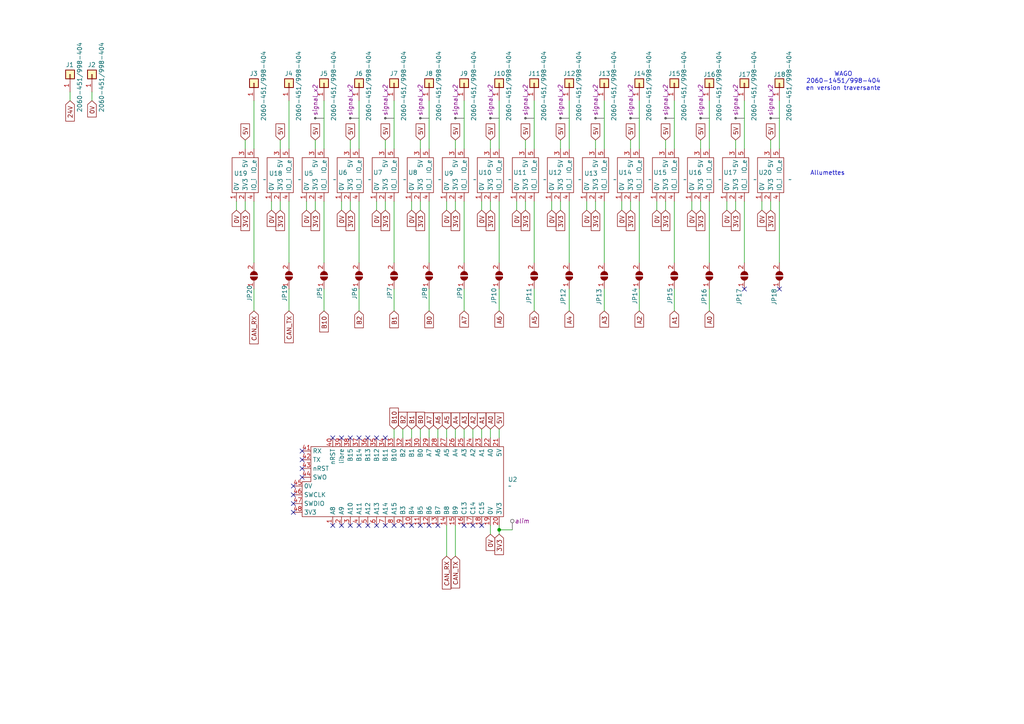
<source format=kicad_sch>
(kicad_sch (version 20250114) (generator "eeschema") (generator_version "9.0")
  (paper "A4")
  (title_block (title "Basine") (date "2024-12-14") (rev "0"))
  (lib_symbols
    (symbol "Chimere_mods:Allumette"
      (property "Reference" "U" (at 1.27 2.54 0))
      (symbol "Allumette_0_1"
        (rectangle (start -5.08 3.81) (end 5.08 -3.81))
      )
      (symbol "Allumette_1_1"
        (pin passive line (at -7.62 2.54 0) (length 2.54) (name "0V") (number "1"))
        (pin passive line (at -7.62 0 0) (length 2.54) (name "3V3") (number "2"))
        (pin passive line (at -7.62 -2.54 0) (length 2.54) (name "IO_i") (number "4"))
        (pin passive line (at 7.62 0 180) (length 2.54) (name "5V") (number "3"))
        (pin passive line (at 7.62 -2.54 180) (length 2.54) (name "IO_e") (number "5"))
      )
    )
    (symbol "Chimere_mods:Ultrogothe"
      (property "Reference" "U" (at 0 -2.794 0))
      (symbol "Ultrogothe_0_1"
        (polyline (pts (xy -10.16 27.94) (xy -10.16 30.48) (xy -1.27 30.48) (xy 0 30.48) (xy 0 27.94) (xy 10.16 27.94) (xy 10.16 -27.94) (xy -10.16 -27.94) (xy -10.16 27.94)))
      )
      (symbol "Ultrogothe_1_1"
        (pin bidirectional line (at -12.7 21.59 0) (length 2.54) (name "A8") (number "1"))
        (pin bidirectional line (at -12.7 19.05 0) (length 2.54) (name "A9") (number "2"))
        (pin bidirectional line (at -12.7 16.51 0) (length 2.54) (name "A10") (number "3"))
        (pin bidirectional line (at -12.7 13.97 0) (length 2.54) (name "A11") (number "4"))
        (pin bidirectional line (at -12.7 11.43 0) (length 2.54) (name "A12") (number "5"))
        (pin bidirectional line (at -12.7 8.89 0) (length 2.54) (name "A13") (number "6"))
        (pin bidirectional line (at -12.7 6.35 0) (length 2.54) (name "A14") (number "7"))
        (pin bidirectional line (at -12.7 3.81 0) (length 2.54) (name "A15") (number "8"))
        (pin bidirectional line (at -12.7 1.27 0) (length 2.54) (name "B3") (number "9"))
        (pin bidirectional line (at -12.7 -1.27 0) (length 2.54) (name "B4") (number "10"))
        (pin bidirectional line (at -12.7 -3.81 0) (length 2.54) (name "B5") (number "11"))
        (pin bidirectional line (at -12.7 -6.35 0) (length 2.54) (name "B6") (number "12"))
        (pin bidirectional line (at -12.7 -8.89 0) (length 2.54) (name "B7") (number "13"))
        (pin bidirectional line (at -12.7 -11.43 0) (length 2.54) (name "B8") (number "14"))
        (pin bidirectional line (at -12.7 -13.97 0) (length 2.54) (name "B9") (number "15"))
        (pin bidirectional line (at -12.7 -16.51 0) (length 2.54) (name "C13") (number "16"))
        (pin bidirectional line (at -12.7 -19.05 0) (length 2.54) (name "C14") (number "17"))
        (pin bidirectional line (at -12.7 -21.59 0) (length 2.54) (name "C15") (number "18"))
        (pin passive line (at -12.7 -24.13 0) (length 2.54) (name "0V") (number "19"))
        (pin power_out line (at -12.7 -26.67 0) (length 2.54) (name "3V3") (number "20"))
        (pin power_out line (at -8.89 33.02 270) (length 2.54) (name "3V3") (number "48"))
        (pin bidirectional line (at -6.35 33.02 270) (length 2.54) (name "SWDIO") (number "47"))
        (pin bidirectional line (at -3.81 33.02 270) (length 2.54) (name "SWCLK") (number "46"))
        (pin passive line (at -1.27 33.02 270) (length 2.54) (name "0V") (number "45"))
        (pin output line (at 1.27 30.48 270) (length 2.54) (name "SWO") (number "44"))
        (pin input line (at 3.81 30.48 270) (length 2.54) (name "nRST") (number "43"))
        (pin input line (at 6.35 30.48 270) (length 2.54) (name "TX") (number "42"))
        (pin output line (at 8.89 30.48 270) (length 2.54) (name "RX") (number "41"))
        (pin input line (at 12.7 21.59 180) (length 2.54) (name "nRST") (number "40"))
        (pin passive line (at 12.7 19.05 180) (length 2.54) (name "libre") (number "39"))
        (pin bidirectional line (at 12.7 16.51 180) (length 2.54) (name "B15") (number "38"))
        (pin bidirectional line (at 12.7 13.97 180) (length 2.54) (name "B14") (number "37"))
        (pin bidirectional line (at 12.7 11.43 180) (length 2.54) (name "B13") (number "36"))
        (pin bidirectional line (at 12.7 8.89 180) (length 2.54) (name "B12") (number "35"))
        (pin bidirectional line (at 12.7 6.35 180) (length 2.54) (name "B11") (number "34"))
        (pin bidirectional line (at 12.7 3.81 180) (length 2.54) (name "B10") (number "33"))
        (pin bidirectional line (at 12.7 1.27 180) (length 2.54) (name "B2") (number "32"))
        (pin bidirectional line (at 12.7 -1.27 180) (length 2.54) (name "B1") (number "31"))
        (pin bidirectional line (at 12.7 -3.81 180) (length 2.54) (name "B0") (number "30"))
        (pin bidirectional line (at 12.7 -6.35 180) (length 2.54) (name "A7") (number "29"))
        (pin bidirectional line (at 12.7 -8.89 180) (length 2.54) (name "A6") (number "28"))
        (pin bidirectional line (at 12.7 -11.43 180) (length 2.54) (name "A5") (number "27"))
        (pin bidirectional line (at 12.7 -13.97 180) (length 2.54) (name "A4") (number "26"))
        (pin bidirectional line (at 12.7 -16.51 180) (length 2.54) (name "A3") (number "25"))
        (pin bidirectional line (at 12.7 -19.05 180) (length 2.54) (name "A2") (number "24"))
        (pin bidirectional line (at 12.7 -21.59 180) (length 2.54) (name "A1") (number "23"))
        (pin bidirectional line (at 12.7 -24.13 180) (length 2.54) (name "A0") (number "22"))
        (pin power_in line (at 12.7 -26.67 180) (length 2.54) (name "5V") (number "21"))
      )
    )
    (symbol "Connector_Generic:Conn_01x01" (pin_names (offset 1.016) (hide yes))
      (property "Reference" "J" (at 0 2.54 0))
      (property "Value" "Conn_01x01" (at 0 -2.54 0))
      (symbol "Conn_01x01_1_1"
        (rectangle (start -1.27 1.27) (end 1.27 -1.27) (stroke (width 0.254)) (fill (type background)))
        (rectangle (start -1.27 0.127) (end 0 -0.127) (stroke (width 0.1524)))
        (pin passive line (at -5.08 0 0) (length 3.81) (name "Pin_1") (number "1"))
      )
    )
    (symbol "Jumper:SolderJumper_2_Open" (pin_names (offset 0) (hide yes))
      (property "Reference" "JP" (at 0 2.032 0))
      (property "Value" "SolderJumper_2_Open" (at 0 -2.54 0))
      (symbol "SolderJumper_2_Open_0_1"
        (polyline (pts (xy -0.254 1.016) (xy -0.254 -1.016)))
        (arc (start -0.254 -1.016) (mid -1.2656 0) (end -0.254 1.016))
        (arc (start -0.254 -1.016) (mid -1.2656 0) (end -0.254 1.016) (fill (type outline)))
        (arc (start 0.254 1.016) (mid 1.2656 0) (end 0.254 -1.016))
        (arc (start 0.254 1.016) (mid 1.2656 0) (end 0.254 -1.016) (fill (type outline)))
        (polyline (pts (xy 0.254 1.016) (xy 0.254 -1.016)))
      )
      (symbol "SolderJumper_2_Open_1_1"
        (pin passive line (at -3.81 0 0) (length 2.54) (name "A") (number "1"))
        (pin passive line (at 3.81 0 180) (length 2.54) (name "B") (number "2"))
      )
    )
  )
  (text "WAGO\n2060-1451/998-404\nen version traversante" (at 244.602 23.622 0) (effects (font (size 1.27 1.27))))
  (text "Allumettes" (at 240.03 50.292 0) (effects (font (size 1.27 1.27))))
  (junction (at 144.78 153.67))
  (no_connect (at 104.14 152.4))
  (no_connect (at 226.06 83.82))
  (no_connect (at 109.22 127))
  (no_connect (at 99.06 127))
  (no_connect (at 96.52 152.4))
  (no_connect (at 87.63 135.89))
  (no_connect (at 96.52 127))
  (no_connect (at 139.7 152.4))
  (no_connect (at 134.62 152.4))
  (no_connect (at 101.6 127))
  (no_connect (at 119.38 152.4))
  (no_connect (at 127 152.4))
  (no_connect (at 114.3 152.4))
  (no_connect (at 111.76 152.4))
  (no_connect (at 106.68 152.4))
  (no_connect (at 215.9 83.82))
  (no_connect (at 87.63 130.81))
  (no_connect (at 85.09 143.51))
  (no_connect (at 109.22 152.4))
  (no_connect (at 85.09 148.59))
  (no_connect (at 121.92 152.4))
  (no_connect (at 85.09 140.97))
  (no_connect (at 111.76 127))
  (no_connect (at 106.68 127))
  (no_connect (at 124.46 152.4))
  (no_connect (at 104.14 127))
  (no_connect (at 101.6 152.4))
  (no_connect (at 85.09 146.05))
  (no_connect (at 116.84 152.4))
  (no_connect (at 87.63 138.43))
  (no_connect (at 87.63 133.35))
  (no_connect (at 137.16 152.4))
  (no_connect (at 99.06 152.4))
  (wire (pts (xy 185.42 29.21) (xy 185.42 43.18)))
  (wire (pts (xy 223.52 40.64) (xy 223.52 43.18)))
  (wire (pts (xy 134.62 58.42) (xy 134.62 76.2)))
  (wire (pts (xy 101.6 58.42) (xy 101.6 60.96)))
  (wire (pts (xy 160.02 58.42) (xy 160.02 60.96)))
  (wire (pts (xy 121.92 58.42) (xy 121.92 60.96)))
  (wire (pts (xy 144.78 124.46) (xy 144.78 127)))
  (wire (pts (xy 124.46 83.82) (xy 124.46 90.17)))
  (wire (pts (xy 152.4 40.64) (xy 152.4 43.18)))
  (wire (pts (xy 104.14 58.42) (xy 104.14 76.2)))
  (wire (pts (xy 170.18 58.42) (xy 170.18 60.96)))
  (wire (pts (xy 121.92 40.64) (xy 121.92 43.18)))
  (wire (pts (xy 91.44 58.42) (xy 91.44 60.96)))
  (wire (pts (xy 114.3 124.46) (xy 114.3 127)))
  (wire (pts (xy 154.94 58.42) (xy 154.94 76.2)))
  (wire (pts (xy 88.9 58.42) (xy 88.9 60.96)))
  (wire (pts (xy 132.08 40.64) (xy 132.08 43.18)))
  (wire (pts (xy 132.08 58.42) (xy 132.08 60.96)))
  (wire (pts (xy 195.58 58.42) (xy 195.58 76.2)))
  (wire (pts (xy 213.36 58.42) (xy 213.36 60.96)))
  (wire (pts (xy 162.56 58.42) (xy 162.56 60.96)))
  (wire (pts (xy 73.66 29.21) (xy 73.66 43.18)))
  (wire (pts (xy 139.7 124.46) (xy 139.7 127)))
  (wire (pts (xy 132.08 152.4) (xy 132.08 161.29)))
  (wire (pts (xy 93.98 29.21) (xy 93.98 43.18)))
  (wire (pts (xy 203.2 58.42) (xy 203.2 60.96)))
  (wire (pts (xy 223.52 58.42) (xy 223.52 60.96)))
  (wire (pts (xy 111.76 40.64) (xy 111.76 43.18)))
  (wire (pts (xy 71.12 58.42) (xy 71.12 60.96)))
  (wire (pts (xy 142.24 58.42) (xy 142.24 60.96)))
  (wire (pts (xy 182.88 58.42) (xy 182.88 60.96)))
  (wire (pts (xy 144.78 83.82) (xy 144.78 90.17)))
  (wire (pts (xy 149.86 58.42) (xy 149.86 60.96)))
  (wire (pts (xy 109.22 58.42) (xy 109.22 60.96)))
  (wire (pts (xy 119.38 124.46) (xy 119.38 127)))
  (wire (pts (xy 83.82 58.42) (xy 83.82 76.2)))
  (wire (pts (xy 142.24 40.64) (xy 142.24 43.18)))
  (wire (pts (xy 121.92 124.46) (xy 121.92 127)))
  (wire (pts (xy 175.26 83.82) (xy 175.26 90.17)))
  (wire (pts (xy 81.28 40.64) (xy 81.28 43.18)))
  (wire (pts (xy 226.06 58.42) (xy 226.06 76.2)))
  (wire (pts (xy 144.78 153.67) (xy 148.59 153.67)))
  (wire (pts (xy 226.06 29.21) (xy 226.06 43.18)))
  (wire (pts (xy 68.58 58.42) (xy 68.58 60.96)))
  (wire (pts (xy 129.54 124.46) (xy 129.54 127)))
  (wire (pts (xy 205.74 83.82) (xy 205.74 90.17)))
  (wire (pts (xy 220.98 58.42) (xy 220.98 60.96)))
  (wire (pts (xy 185.42 58.42) (xy 185.42 76.2)))
  (wire (pts (xy 132.08 124.46) (xy 132.08 127)))
  (wire (pts (xy -15.24 39.37) (xy -11.43 39.37)))
  (wire (pts (xy 195.58 83.82) (xy 195.58 90.17)))
  (wire (pts (xy 101.6 40.64) (xy 101.6 43.18)))
  (wire (pts (xy 99.06 58.42) (xy 99.06 60.96)))
  (wire (pts (xy 165.1 58.42) (xy 165.1 76.2)))
  (wire (pts (xy 185.42 83.82) (xy 185.42 90.17)))
  (wire (pts (xy 182.88 40.64) (xy 182.88 43.18)))
  (wire (pts (xy 116.84 124.46) (xy 116.84 127)))
  (wire (pts (xy 162.56 40.64) (xy 162.56 43.18)))
  (wire (pts (xy 134.62 29.21) (xy 134.62 43.18)))
  (wire (pts (xy 190.5 58.42) (xy 190.5 60.96)))
  (wire (pts (xy 129.54 58.42) (xy 129.54 60.96)))
  (wire (pts (xy 165.1 83.82) (xy 165.1 90.17)))
  (wire (pts (xy 124.46 124.46) (xy 124.46 127)))
  (wire (pts (xy 83.82 83.82) (xy 83.82 90.17)))
  (wire (pts (xy 215.9 58.42) (xy 215.9 76.2)))
  (wire (pts (xy 104.14 29.21) (xy 104.14 43.18)))
  (wire (pts (xy 26.67 26.67) (xy 26.67 29.21)))
  (wire (pts (xy 134.62 83.82) (xy 134.62 90.17)))
  (wire (pts (xy 193.04 40.64) (xy 193.04 43.18)))
  (wire (pts (xy 142.24 124.46) (xy 142.24 127)))
  (wire (pts (xy 144.78 29.21) (xy 144.78 43.18)))
  (wire (pts (xy 83.82 29.21) (xy 83.82 43.18)))
  (wire (pts (xy 175.26 58.42) (xy 175.26 76.2)))
  (wire (pts (xy 203.2 40.64) (xy 203.2 43.18)))
  (wire (pts (xy 144.78 58.42) (xy 144.78 76.2)))
  (wire (pts (xy 78.74 58.42) (xy 78.74 60.96)))
  (wire (pts (xy 154.94 29.21) (xy 154.94 43.18)))
  (wire (pts (xy 111.76 58.42) (xy 111.76 60.96)))
  (wire (pts (xy 114.3 29.21) (xy 114.3 43.18)))
  (wire (pts (xy 152.4 58.42) (xy 152.4 60.96)))
  (wire (pts (xy 73.66 83.82) (xy 73.66 90.17)))
  (wire (pts (xy 139.7 58.42) (xy 139.7 60.96)))
  (wire (pts (xy 215.9 29.21) (xy 215.9 43.18)))
  (wire (pts (xy 93.98 83.82) (xy 93.98 90.17)))
  (wire (pts (xy 124.46 58.42) (xy 124.46 76.2)))
  (wire (pts (xy 114.3 83.82) (xy 114.3 90.17)))
  (wire (pts (xy 210.82 58.42) (xy 210.82 60.96)))
  (wire (pts (xy 205.74 29.21) (xy 205.74 43.18)))
  (wire (pts (xy 193.04 58.42) (xy 193.04 60.96)))
  (wire (pts (xy 180.34 58.42) (xy 180.34 60.96)))
  (wire (pts (xy 127 124.46) (xy 127 127)))
  (wire (pts (xy 129.54 152.4) (xy 129.54 161.29)))
  (wire (pts (xy 81.28 58.42) (xy 81.28 60.96)))
  (wire (pts (xy 114.3 58.42) (xy 114.3 76.2)))
  (wire (pts (xy 137.16 124.46) (xy 137.16 127)))
  (wire (pts (xy 20.32 26.67) (xy 20.32 29.21)))
  (wire (pts (xy 205.74 58.42) (xy 205.74 76.2)))
  (wire (pts (xy 144.78 153.67) (xy 144.78 152.4)))
  (wire (pts (xy 104.14 83.82) (xy 104.14 90.17)))
  (wire (pts (xy 172.72 58.42) (xy 172.72 60.96)))
  (wire (pts (xy 144.78 154.94) (xy 144.78 153.67)))
  (wire (pts (xy 172.72 40.64) (xy 172.72 43.18)))
  (wire (pts (xy 93.98 58.42) (xy 93.98 76.2)))
  (wire (pts (xy 71.12 40.64) (xy 71.12 43.18)))
  (wire (pts (xy 142.24 154.94) (xy 142.24 152.4)))
  (wire (pts (xy 213.36 40.64) (xy 213.36 43.18)))
  (wire (pts (xy 73.66 58.42) (xy 73.66 76.2)))
  (wire (pts (xy 124.46 29.21) (xy 124.46 43.18)))
  (wire (pts (xy 195.58 29.21) (xy 195.58 43.18)))
  (wire (pts (xy 119.38 58.42) (xy 119.38 60.96)))
  (wire (pts (xy 91.44 40.64) (xy 91.44 43.18)))
  (wire (pts (xy 175.26 29.21) (xy 175.26 43.18)))
  (wire (pts (xy 200.66 58.42) (xy 200.66 60.96)))
  (wire (pts (xy 154.94 83.82) (xy 154.94 90.17)))
  (wire (pts (xy 134.62 124.46) (xy 134.62 127)))
  (wire (pts (xy 165.1 29.21) (xy 165.1 43.18)))
  (global_label "24V" (shape input) (at -11.43 39.37 0) (property "Intersheetrefs" "${INTERSHEET_REFS}" (effects (hide yes))))
  (global_label "B1" (shape input) (at 114.3 90.17 270) (property "Intersheetrefs" "${INTERSHEET_REFS}" (effects (hide yes))))
  (global_label "A2" (shape input) (at 137.16 124.46 90) (property "Intersheetrefs" "${INTERSHEET_REFS}" (effects (hide yes))))
  (global_label "3V3" (shape input) (at 101.6 60.96 270) (property "Intersheetrefs" "${INTERSHEET_REFS}" (effects (hide yes))))
  (global_label "3V3" (shape input) (at 91.44 60.96 270) (property "Intersheetrefs" "${INTERSHEET_REFS}" (effects (hide yes))))
  (global_label "A1" (shape input) (at 139.7 124.46 90) (property "Intersheetrefs" "${INTERSHEET_REFS}" (effects (hide yes))))
  (global_label "5V" (shape input) (at 152.4 40.64 90) (property "Intersheetrefs" "${INTERSHEET_REFS}" (effects (hide yes))))
  (global_label "5V" (shape input) (at 81.28 40.64 90) (property "Intersheetrefs" "${INTERSHEET_REFS}" (effects (hide yes))))
  (global_label "A1" (shape input) (at 195.58 90.17 270) (property "Intersheetrefs" "${INTERSHEET_REFS}" (effects (hide yes))))
  (global_label "0V" (shape input) (at 129.54 60.96 270) (property "Intersheetrefs" "${INTERSHEET_REFS}" (effects (hide yes))))
  (global_label "A7" (shape input) (at 134.62 90.17 270) (property "Intersheetrefs" "${INTERSHEET_REFS}" (effects (hide yes))))
  (global_label "0V" (shape input) (at 119.38 60.96 270) (property "Intersheetrefs" "${INTERSHEET_REFS}" (effects (hide yes))))
  (global_label "A5" (shape input) (at 154.94 90.17 270) (property "Intersheetrefs" "${INTERSHEET_REFS}" (effects (hide yes))))
  (global_label "B1" (shape input) (at 119.38 124.46 90) (property "Intersheetrefs" "${INTERSHEET_REFS}" (effects (hide yes))))
  (global_label "0V" (shape input) (at 88.9 60.96 270) (property "Intersheetrefs" "${INTERSHEET_REFS}" (effects (hide yes))))
  (global_label "0V" (shape input) (at 99.06 60.96 270) (property "Intersheetrefs" "${INTERSHEET_REFS}" (effects (hide yes))))
  (global_label "B10" (shape input) (at 114.3 124.46 90) (property "Intersheetrefs" "${INTERSHEET_REFS}" (effects (hide yes))))
  (global_label "3V3" (shape input) (at 142.24 60.96 270) (property "Intersheetrefs" "${INTERSHEET_REFS}" (effects (hide yes))))
  (global_label "3V3" (shape input) (at 144.78 154.94 270) (property "Intersheetrefs" "${INTERSHEET_REFS}" (effects (hide yes))))
  (global_label "A3" (shape input) (at 175.26 90.17 270) (property "Intersheetrefs" "${INTERSHEET_REFS}" (effects (hide yes))))
  (global_label "5V" (shape input) (at 172.72 40.64 90) (property "Intersheetrefs" "${INTERSHEET_REFS}" (effects (hide yes))))
  (global_label "CAN_RX" (shape input) (at 73.66 90.17 270) (property "Intersheetrefs" "${INTERSHEET_REFS}" (effects (hide yes))))
  (global_label "24V" (shape input) (at 20.32 29.21 270) (property "Intersheetrefs" "${INTERSHEET_REFS}" (effects (hide yes))))
  (global_label "5V" (shape input) (at 121.92 40.64 90) (property "Intersheetrefs" "${INTERSHEET_REFS}" (effects (hide yes))))
  (global_label "5V" (shape input) (at 91.44 40.64 90) (property "Intersheetrefs" "${INTERSHEET_REFS}" (effects (hide yes))))
  (global_label "A5" (shape input) (at 129.54 124.46 90) (property "Intersheetrefs" "${INTERSHEET_REFS}" (effects (hide yes))))
  (global_label "B10" (shape input) (at 93.98 90.17 270) (property "Intersheetrefs" "${INTERSHEET_REFS}" (effects (hide yes))))
  (global_label "3V3" (shape input) (at 152.4 60.96 270) (property "Intersheetrefs" "${INTERSHEET_REFS}" (effects (hide yes))))
  (global_label "5V" (shape input) (at 144.78 124.46 90) (property "Intersheetrefs" "${INTERSHEET_REFS}" (effects (hide yes))))
  (global_label "0V" (shape input) (at 68.58 60.96 270) (property "Intersheetrefs" "${INTERSHEET_REFS}" (effects (hide yes))))
  (global_label "A0" (shape input) (at 142.24 124.46 90) (property "Intersheetrefs" "${INTERSHEET_REFS}" (effects (hide yes))))
  (global_label "A3" (shape input) (at 134.62 124.46 90) (property "Intersheetrefs" "${INTERSHEET_REFS}" (effects (hide yes))))
  (global_label "3V3" (shape input) (at 162.56 60.96 270) (property "Intersheetrefs" "${INTERSHEET_REFS}" (effects (hide yes))))
  (global_label "B0" (shape input) (at 124.46 90.17 270) (property "Intersheetrefs" "${INTERSHEET_REFS}" (effects (hide yes))))
  (global_label "0V" (shape input) (at 200.66 60.96 270) (property "Intersheetrefs" "${INTERSHEET_REFS}" (effects (hide yes))))
  (global_label "0V" (shape input) (at 149.86 60.96 270) (property "Intersheetrefs" "${INTERSHEET_REFS}" (effects (hide yes))))
  (global_label "3V3" (shape input) (at 71.12 60.96 270) (property "Intersheetrefs" "${INTERSHEET_REFS}" (effects (hide yes))))
  (global_label "5V" (shape input) (at 203.2 40.64 90) (property "Intersheetrefs" "${INTERSHEET_REFS}" (effects (hide yes))))
  (global_label "A6" (shape input) (at 127 124.46 90) (property "Intersheetrefs" "${INTERSHEET_REFS}" (effects (hide yes))))
  (global_label "A0" (shape input) (at 205.74 90.17 270) (property "Intersheetrefs" "${INTERSHEET_REFS}" (effects (hide yes))))
  (global_label "3V3" (shape input) (at 223.52 60.96 270) (property "Intersheetrefs" "${INTERSHEET_REFS}" (effects (hide yes))))
  (global_label "0V" (shape input) (at 26.67 29.21 270) (property "Intersheetrefs" "${INTERSHEET_REFS}" (effects (hide yes))))
  (global_label "A2" (shape input) (at 185.42 90.17 270) (property "Intersheetrefs" "${INTERSHEET_REFS}" (effects (hide yes))))
  (global_label "B2" (shape input) (at 104.14 90.17 270) (property "Intersheetrefs" "${INTERSHEET_REFS}" (effects (hide yes))))
  (global_label "0V" (shape input) (at 170.18 60.96 270) (property "Intersheetrefs" "${INTERSHEET_REFS}" (effects (hide yes))))
  (global_label "5V" (shape input) (at 193.04 40.64 90) (property "Intersheetrefs" "${INTERSHEET_REFS}" (effects (hide yes))))
  (global_label "5V" (shape input) (at 213.36 40.64 90) (property "Intersheetrefs" "${INTERSHEET_REFS}" (effects (hide yes))))
  (global_label "3V3" (shape input) (at 193.04 60.96 270) (property "Intersheetrefs" "${INTERSHEET_REFS}" (effects (hide yes))))
  (global_label "0V" (shape input) (at 160.02 60.96 270) (property "Intersheetrefs" "${INTERSHEET_REFS}" (effects (hide yes))))
  (global_label "CAN_RX" (shape input) (at 129.54 161.29 270) (property "Intersheetrefs" "${INTERSHEET_REFS}" (effects (hide yes))))
  (global_label "0V" (shape input) (at 180.34 60.96 270) (property "Intersheetrefs" "${INTERSHEET_REFS}" (effects (hide yes))))
  (global_label "0V" (shape input) (at 109.22 60.96 270) (property "Intersheetrefs" "${INTERSHEET_REFS}" (effects (hide yes))))
  (global_label "B2" (shape input) (at 116.84 124.46 90) (property "Intersheetrefs" "${INTERSHEET_REFS}" (effects (hide yes))))
  (global_label "A7" (shape input) (at 124.46 124.46 90) (property "Intersheetrefs" "${INTERSHEET_REFS}" (effects (hide yes))))
  (global_label "0V" (shape input) (at 142.24 154.94 270) (property "Intersheetrefs" "${INTERSHEET_REFS}" (effects (hide yes))))
  (global_label "3V3" (shape input) (at 121.92 60.96 270) (property "Intersheetrefs" "${INTERSHEET_REFS}" (effects (hide yes))))
  (global_label "3V3" (shape input) (at 81.28 60.96 270) (property "Intersheetrefs" "${INTERSHEET_REFS}" (effects (hide yes))))
  (global_label "0V" (shape input) (at 190.5 60.96 270) (property "Intersheetrefs" "${INTERSHEET_REFS}" (effects (hide yes))))
  (global_label "A6" (shape input) (at 144.78 90.17 270) (property "Intersheetrefs" "${INTERSHEET_REFS}" (effects (hide yes))))
  (global_label "3V3" (shape input) (at 111.76 60.96 270) (property "Intersheetrefs" "${INTERSHEET_REFS}" (effects (hide yes))))
  (global_label "5V" (shape input) (at 182.88 40.64 90) (property "Intersheetrefs" "${INTERSHEET_REFS}" (effects (hide yes))))
  (global_label "0V" (shape input) (at 220.98 60.96 270) (property "Intersheetrefs" "${INTERSHEET_REFS}" (effects (hide yes))))
  (global_label "0V" (shape input) (at 78.74 60.96 270) (property "Intersheetrefs" "${INTERSHEET_REFS}" (effects (hide yes))))
  (global_label "3V3" (shape input) (at 182.88 60.96 270) (property "Intersheetrefs" "${INTERSHEET_REFS}" (effects (hide yes))))
  (global_label "A4" (shape input) (at 165.1 90.17 270) (property "Intersheetrefs" "${INTERSHEET_REFS}" (effects (hide yes))))
  (global_label "5V" (shape input) (at 71.12 40.64 90) (property "Intersheetrefs" "${INTERSHEET_REFS}" (effects (hide yes))))
  (global_label "5V" (shape input) (at 101.6 40.64 90) (property "Intersheetrefs" "${INTERSHEET_REFS}" (effects (hide yes))))
  (global_label "CAN_TX" (shape input) (at 83.82 90.17 270) (property "Intersheetrefs" "${INTERSHEET_REFS}" (effects (hide yes))))
  (global_label "5V" (shape input) (at 223.52 40.64 90) (property "Intersheetrefs" "${INTERSHEET_REFS}" (effects (hide yes))))
  (global_label "CAN_TX" (shape input) (at 132.08 161.29 270) (property "Intersheetrefs" "${INTERSHEET_REFS}" (effects (hide yes))))
  (global_label "0V" (shape input) (at 210.82 60.96 270) (property "Intersheetrefs" "${INTERSHEET_REFS}" (effects (hide yes))))
  (global_label "B0" (shape input) (at 121.92 124.46 90) (property "Intersheetrefs" "${INTERSHEET_REFS}" (effects (hide yes))))
  (global_label "3V3" (shape input) (at 213.36 60.96 270) (property "Intersheetrefs" "${INTERSHEET_REFS}" (effects (hide yes))))
  (global_label "5V" (shape input) (at 111.76 40.64 90) (property "Intersheetrefs" "${INTERSHEET_REFS}" (effects (hide yes))))
  (global_label "5V" (shape input) (at 162.56 40.64 90) (property "Intersheetrefs" "${INTERSHEET_REFS}" (effects (hide yes))))
  (global_label "5V" (shape input) (at 142.24 40.64 90) (property "Intersheetrefs" "${INTERSHEET_REFS}" (effects (hide yes))))
  (global_label "0V" (shape input) (at 139.7 60.96 270) (property "Intersheetrefs" "${INTERSHEET_REFS}" (effects (hide yes))))
  (global_label "5V" (shape input) (at 132.08 40.64 90) (property "Intersheetrefs" "${INTERSHEET_REFS}" (effects (hide yes))))
  (global_label "A4" (shape input) (at 132.08 124.46 90) (property "Intersheetrefs" "${INTERSHEET_REFS}" (effects (hide yes))))
  (global_label "3V3" (shape input) (at 203.2 60.96 270) (property "Intersheetrefs" "${INTERSHEET_REFS}" (effects (hide yes))))
  (global_label "3V3" (shape input) (at 172.72 60.96 270) (property "Intersheetrefs" "${INTERSHEET_REFS}" (effects (hide yes))))
  (global_label "3V3" (shape input) (at 132.08 60.96 270) (property "Intersheetrefs" "${INTERSHEET_REFS}" (effects (hide yes))))
  (netclass_flag "" (length 2.54) (shape dot) (at 226.06 34.29 90) (property "Netclass" "signal_x2" (at 223.52 33.5915 90) (effects (font (italic yes)) (justify left))))
  (netclass_flag "" (length 2.54) (shape dot) (at 154.94 34.29 90) (property "Netclass" "signal_x2" (at 152.4 33.5915 90) (effects (font (italic yes)) (justify left))))
  (netclass_flag "" (length 2.54) (shape dot) (at 134.62 34.29 90) (property "Netclass" "signal_x2" (at 132.08 33.5915 90) (effects (font (italic yes)) (justify left))))
  (netclass_flag "" (length 2.54) (shape dot) (at 175.26 34.29 90) (property "Netclass" "signal_x2" (at 172.72 33.5915 90) (effects (font (italic yes)) (justify left))))
  (netclass_flag "" (length 2.54) (shape dot) (at 124.46 34.29 90) (property "Netclass" "signal_x2" (at 121.92 33.5915 90) (effects (font (italic yes)) (justify left))))
  (netclass_flag "" (length 2.54) (shape diamond) (at -15.24 39.37 0) (property "Netclass" "alim_x2" (at -14.0335 36.83 0) (effects (font (italic yes)) (justify left))))
  (netclass_flag "" (length 2.54) (shape dot) (at 165.1 34.29 90) (property "Netclass" "signal_x2" (at 162.56 33.5915 90) (effects (font (italic yes)) (justify left))))
  (netclass_flag "" (length 2.54) (shape dot) (at 205.74 34.29 90) (property "Netclass" "signal_x2" (at 203.2 33.5915 90) (effects (font (italic yes)) (justify left))))
  (netclass_flag "" (length 2.54) (shape dot) (at 215.9 34.29 90) (property "Netclass" "signal_x2" (at 213.36 33.5915 90) (effects (font (italic yes)) (justify left))))
  (netclass_flag "" (length 2.54) (shape dot) (at 144.78 34.29 90) (property "Netclass" "signal_x2" (at 142.24 33.5915 90) (effects (font (italic yes)) (justify left))))
  (netclass_flag "" (length 2.54) (shape dot) (at 195.58 34.29 90) (property "Netclass" "signal_x2" (at 193.04 33.5915 90) (effects (font (italic yes)) (justify left))))
  (netclass_flag "" (length 2.54) (shape dot) (at 104.14 34.29 90) (property "Netclass" "signal_x2" (at 101.6 33.5915 90) (effects (font (italic yes)) (justify left))))
  (netclass_flag "" (length 2.54) (shape dot) (at 93.98 34.29 90) (property "Netclass" "signal_x2" (at 91.44 33.5915 90) (effects (font (italic yes)) (justify left))))
  (netclass_flag "" (length 2.54) (shape dot) (at 185.42 34.29 90) (property "Netclass" "signal_x2" (at 182.88 33.5915 90) (effects (font (italic yes)) (justify left))))
  (netclass_flag "" (length 2.54) (shape round) (at 148.59 153.67 0) (property "Netclass" "alim" (at 149.2885 151.13 0) (effects (font (italic yes)) (justify left))))
  (netclass_flag "" (length 2.54) (shape dot) (at 114.3 34.29 90) (property "Netclass" "signal_x2" (at 111.76 33.5915 90) (effects (font (italic yes)) (justify left))))
  (symbol (lib_id "Connector_Generic:Conn_01x01") (at 185.42 24.13 90) (unit 1) (in_bom no)
    (property "Reference" "J14" (at 183.642 21.336 90) (effects (justify right)))
    (property "Value" "2060-451/998-404" (at 188.214 14.732 0) (effects (justify right)))
    (property "Footprint" "Chimere_comps:CONN_2060-1451_998-404_WAGO" (effects (hide yes)))
  )
  (symbol (lib_id "Connector_Generic:Conn_01x01") (at 73.66 24.13 90) (unit 1) (in_bom no)
    (property "Reference" "J3" (at 72.39 21.336 90) (effects (justify right)))
    (property "Value" "2060-451/998-404" (at 76.454 14.732 0) (effects (justify right)))
    (property "Footprint" "Chimere_comps:CONN_2060-1451_998-404_WAGO" (effects (hide yes)))
  )
  (symbol (lib_id "Chimere_mods:Allumette") (at 213.36 50.8 90) (unit 1) (in_bom no)
    (property "Reference" "U17" (at 209.804 50.038 90) (effects (justify right)))
    (property "Value" "~" (at 218.44 52.07 90) (effects (justify right)))
    (property "Footprint" "Chimere_mods:Allumette" (effects (hide yes)))
  )
  (symbol (lib_id "Connector_Generic:Conn_01x01") (at 215.9 24.13 90) (unit 1) (in_bom no)
    (property "Reference" "J17" (at 214.122 21.59 90) (effects (justify right)))
    (property "Value" "2060-451/998-404" (at 218.694 14.732 0) (effects (justify right)))
    (property "Footprint" "Chimere_comps:CONN_2060-1451_998-404_WAGO" (effects (hide yes)))
  )
  (symbol (lib_id "Jumper:SolderJumper_2_Open") (at 124.46 80.01 90) (unit 1) (in_bom no)
    (property "Reference" "JP8" (at 123.19 85.09 0))
    (property "Value" "SolderJumper_2_Open" (effects (hide yes)))
    (property "Footprint" "Jumper:SolderJumper-2_P1.3mm_Open_TrianglePad1.0x1.5mm" (effects (hide yes)))
  )
  (symbol (lib_id "Chimere_mods:Ultrogothe") (at 118.11 139.7 90) (unit 1) (in_bom no)
    (property "Reference" "U2" (at 147.32 139.0649 90) (effects (justify right)))
    (property "Value" "~" (at 147.32 140.97 90) (effects (justify right)))
    (property "Footprint" "Chimere_mods:Ultrogothe" (effects (hide yes)))
  )
  (symbol (lib_id "Jumper:SolderJumper_2_Open") (at 195.58 80.01 90) (unit 1) (in_bom no)
    (property "Reference" "JP15" (at 194.31 85.852 0))
    (property "Value" "SolderJumper_2_Open" (effects (hide yes)))
    (property "Footprint" "Jumper:SolderJumper-2_P1.3mm_Open_TrianglePad1.0x1.5mm" (effects (hide yes)))
  )
  (symbol (lib_id "Connector_Generic:Conn_01x01") (at 226.06 24.13 90) (unit 1) (in_bom no)
    (property "Reference" "J18" (at 224.282 21.59 90) (effects (justify right)))
    (property "Value" "2060-451/998-404" (at 228.854 14.732 0) (effects (justify right)))
    (property "Footprint" "Chimere_comps:CONN_2060-1451_998-404_WAGO" (effects (hide yes)))
  )
  (symbol (lib_id "Jumper:SolderJumper_2_Open") (at 226.06 80.01 90) (unit 1) (in_bom no)
    (property "Reference" "JP18" (at 224.536 86.106 0))
    (property "Value" "SolderJumper_2_Open" (effects (hide yes)))
    (property "Footprint" "Jumper:SolderJumper-2_P1.3mm_Open_TrianglePad1.0x1.5mm" (effects (hide yes)))
  )
  (symbol (lib_id "Connector_Generic:Conn_01x01") (at 20.32 21.59 90) (unit 1) (in_bom no)
    (property "Reference" "J1" (at 19.05 18.796 90) (effects (justify right)))
    (property "Value" "2060-451/998-404" (at 23.114 12.192 0) (effects (justify right)))
    (property "Footprint" "Chimere_comps:CONN_2060-1451_998-404_WAGO" (effects (hide yes)))
  )
  (symbol (lib_id "Jumper:SolderJumper_2_Open") (at 165.1 80.01 90) (unit 1) (in_bom no)
    (property "Reference" "JP12" (at 163.322 86.106 0))
    (property "Value" "SolderJumper_2_Open" (effects (hide yes)))
    (property "Footprint" "Jumper:SolderJumper-2_P1.3mm_Open_TrianglePad1.0x1.5mm" (effects (hide yes)))
  )
  (symbol (lib_id "Chimere_mods:Allumette") (at 111.76 50.8 90) (unit 1) (in_bom no)
    (property "Reference" "U7" (at 108.204 50.038 90) (effects (justify right)))
    (property "Value" "~" (at 116.84 52.07 90) (effects (justify right)))
    (property "Footprint" "Chimere_mods:Allumette" (effects (hide yes)))
  )
  (symbol (lib_id "Connector_Generic:Conn_01x01") (at 154.94 24.13 90) (unit 1) (in_bom no)
    (property "Reference" "J11" (at 153.162 21.336 90) (effects (justify right)))
    (property "Value" "2060-451/998-404" (at 157.734 14.732 0) (effects (justify right)))
    (property "Footprint" "Chimere_comps:CONN_2060-1451_998-404_WAGO" (effects (hide yes)))
  )
  (symbol (lib_id "Jumper:SolderJumper_2_Open") (at 73.66 80.01 90) (unit 1) (in_bom no)
    (property "Reference" "JP20" (at 72.39 85.09 0))
    (property "Value" "SolderJumper_2_Open" (effects (hide yes)))
    (property "Footprint" "Jumper:SolderJumper-2_P1.3mm_Open_TrianglePad1.0x1.5mm" (effects (hide yes)))
  )
  (symbol (lib_id "Chimere_mods:Allumette") (at 162.56 50.8 90) (unit 1) (in_bom no)
    (property "Reference" "U12" (at 159.004 50.038 90) (effects (justify right)))
    (property "Value" "~" (at 167.64 52.07 90) (effects (justify right)))
    (property "Footprint" "Chimere_mods:Allumette" (effects (hide yes)))
  )
  (symbol (lib_id "Connector_Generic:Conn_01x01") (at 83.82 24.13 90) (unit 1) (in_bom no)
    (property "Reference" "J4" (at 82.55 21.336 90) (effects (justify right)))
    (property "Value" "2060-451/998-404" (at 86.614 14.732 0) (effects (justify right)))
    (property "Footprint" "Chimere_comps:CONN_2060-1451_998-404_WAGO" (effects (hide yes)))
  )
  (symbol (lib_id "Chimere_mods:Allumette") (at 132.08 50.8 90) (unit 1) (in_bom no)
    (property "Reference" "U9" (at 128.778 50.292 90) (effects (justify right)))
    (property "Value" "~" (at 137.16 52.07 90) (effects (justify right)))
    (property "Footprint" "Chimere_mods:Allumette" (effects (hide yes)))
  )
  (symbol (lib_id "Connector_Generic:Conn_01x01") (at 144.78 24.13 90) (unit 1) (in_bom no)
    (property "Reference" "J10" (at 143.002 21.336 90) (effects (justify right)))
    (property "Value" "2060-451/998-404" (at 147.574 14.732 0) (effects (justify right)))
    (property "Footprint" "Chimere_comps:CONN_2060-1451_998-404_WAGO" (effects (hide yes)))
  )
  (symbol (lib_id "Chimere_mods:Allumette") (at 91.44 50.8 90) (unit 1) (in_bom no)
    (property "Reference" "U5" (at 88.138 50.292 90) (effects (justify right)))
    (property "Value" "~" (at 96.52 52.07 90) (effects (justify right)))
    (property "Footprint" "Chimere_mods:Allumette" (effects (hide yes)))
  )
  (symbol (lib_id "Connector_Generic:Conn_01x01") (at 205.74 24.13 90) (unit 1) (in_bom no)
    (property "Reference" "J16" (at 203.962 21.59 90) (effects (justify right)))
    (property "Value" "2060-451/998-404" (at 208.534 14.732 0) (effects (justify right)))
    (property "Footprint" "Chimere_comps:CONN_2060-1451_998-404_WAGO" (effects (hide yes)))
  )
  (symbol (lib_id "Chimere_mods:Allumette") (at 142.24 50.8 90) (unit 1) (in_bom no)
    (property "Reference" "U10" (at 138.684 50.038 90) (effects (justify right)))
    (property "Value" "~" (at 147.32 52.07 90) (effects (justify right)))
    (property "Footprint" "Chimere_mods:Allumette" (effects (hide yes)))
  )
  (symbol (lib_id "Jumper:SolderJumper_2_Open") (at 175.26 80.01 90) (unit 1) (in_bom no)
    (property "Reference" "JP13" (at 173.736 86.106 0))
    (property "Value" "SolderJumper_2_Open" (effects (hide yes)))
    (property "Footprint" "Jumper:SolderJumper-2_P1.3mm_Open_TrianglePad1.0x1.5mm" (effects (hide yes)))
  )
  (symbol (lib_id "Connector_Generic:Conn_01x01") (at 114.3 24.13 90) (unit 1) (in_bom no)
    (property "Reference" "J7" (at 113.03 21.336 90) (effects (justify right)))
    (property "Value" "2060-451/998-404" (at 117.094 14.732 0) (effects (justify right)))
    (property "Footprint" "Chimere_comps:CONN_2060-1451_998-404_WAGO" (effects (hide yes)))
  )
  (symbol (lib_id "Connector_Generic:Conn_01x01") (at 175.26 24.13 90) (unit 1) (in_bom no)
    (property "Reference" "J13" (at 173.482 21.336 90) (effects (justify right)))
    (property "Value" "2060-451/998-404" (at 178.054 14.732 0) (effects (justify right)))
    (property "Footprint" "Chimere_comps:CONN_2060-1451_998-404_WAGO" (effects (hide yes)))
  )
  (symbol (lib_id "Jumper:SolderJumper_2_Open") (at 114.3 80.01 90) (unit 1) (in_bom no)
    (property "Reference" "JP7" (at 113.03 85.09 0))
    (property "Value" "SolderJumper_2_Open" (effects (hide yes)))
    (property "Footprint" "Jumper:SolderJumper-2_P1.3mm_Open_TrianglePad1.0x1.5mm" (effects (hide yes)))
  )
  (symbol (lib_id "Jumper:SolderJumper_2_Open") (at 93.98 80.01 90) (unit 1) (in_bom no)
    (property "Reference" "JP5" (at 92.71 85.09 0))
    (property "Value" "SolderJumper_2_Open" (effects (hide yes)))
    (property "Footprint" "Jumper:SolderJumper-2_P1.3mm_Open_TrianglePad1.0x1.5mm" (effects (hide yes)))
  )
  (symbol (lib_id "Chimere_mods:Allumette") (at 172.72 50.8 90) (unit 1) (in_bom no)
    (property "Reference" "U13" (at 169.418 50.292 90) (effects (justify right)))
    (property "Value" "~" (at 177.8 52.07 90) (effects (justify right)))
    (property "Footprint" "Chimere_mods:Allumette" (effects (hide yes)))
  )
  (symbol (lib_id "Connector_Generic:Conn_01x01") (at 134.62 24.13 90) (unit 1) (in_bom no)
    (property "Reference" "J9" (at 133.35 21.336 90) (effects (justify right)))
    (property "Value" "2060-451/998-404" (at 137.414 14.732 0) (effects (justify right)))
    (property "Footprint" "Chimere_comps:CONN_2060-1451_998-404_WAGO" (effects (hide yes)))
  )
  (symbol (lib_id "Chimere_mods:Allumette") (at 101.6 50.8 90) (unit 1) (in_bom no)
    (property "Reference" "U6" (at 98.044 50.038 90) (effects (justify right)))
    (property "Value" "~" (at 106.68 52.07 90) (effects (justify right)))
    (property "Footprint" "Chimere_mods:Allumette" (effects (hide yes)))
  )
  (symbol (lib_id "Jumper:SolderJumper_2_Open") (at 185.42 80.01 90) (unit 1) (in_bom no)
    (property "Reference" "JP14" (at 184.15 85.852 0))
    (property "Value" "SolderJumper_2_Open" (effects (hide yes)))
    (property "Footprint" "Jumper:SolderJumper-2_P1.3mm_Open_TrianglePad1.0x1.5mm" (effects (hide yes)))
  )
  (symbol (lib_id "Jumper:SolderJumper_2_Open") (at 215.9 80.01 90) (unit 1) (in_bom no)
    (property "Reference" "JP17" (at 214.376 86.106 0))
    (property "Value" "SolderJumper_2_Open" (effects (hide yes)))
    (property "Footprint" "Jumper:SolderJumper-2_P1.3mm_Open_TrianglePad1.0x1.5mm" (effects (hide yes)))
  )
  (symbol (lib_id "Chimere_mods:Allumette") (at 182.88 50.8 90) (unit 1) (in_bom no)
    (property "Reference" "U14" (at 179.324 50.038 90) (effects (justify right)))
    (property "Value" "~" (at 187.96 52.07 90) (effects (justify right)))
    (property "Footprint" "Chimere_mods:Allumette" (effects (hide yes)))
  )
  (symbol (lib_id "Chimere_mods:Allumette") (at 121.92 50.8 90) (unit 1) (in_bom no)
    (property "Reference" "U8" (at 118.364 50.038 90) (effects (justify right)))
    (property "Value" "~" (at 127 52.07 90) (effects (justify right)))
    (property "Footprint" "Chimere_mods:Allumette" (effects (hide yes)))
  )
  (symbol (lib_id "Chimere_mods:Allumette") (at 203.2 50.8 90) (unit 1) (in_bom no)
    (property "Reference" "U16" (at 199.644 50.038 90) (effects (justify right)))
    (property "Value" "~" (at 208.28 52.07 90) (effects (justify right)))
    (property "Footprint" "Chimere_mods:Allumette" (effects (hide yes)))
  )
  (symbol (lib_id "Connector_Generic:Conn_01x01") (at 165.1 24.13 90) (unit 1) (in_bom no)
    (property "Reference" "J12" (at 163.322 21.336 90) (effects (justify right)))
    (property "Value" "2060-451/998-404" (at 167.894 14.732 0) (effects (justify right)))
    (property "Footprint" "Chimere_comps:CONN_2060-1451_998-404_WAGO" (effects (hide yes)))
  )
  (symbol (lib_id "Chimere_mods:Allumette") (at 193.04 50.8 90) (unit 1) (in_bom no)
    (property "Reference" "U15" (at 189.484 50.038 90) (effects (justify right)))
    (property "Value" "~" (at 198.12 52.07 90) (effects (justify right)))
    (property "Footprint" "Chimere_mods:Allumette" (effects (hide yes)))
  )
  (symbol (lib_id "Connector_Generic:Conn_01x01") (at 124.46 24.13 90) (unit 1) (in_bom no)
    (property "Reference" "J8" (at 123.19 21.336 90) (effects (justify right)))
    (property "Value" "2060-451/998-404" (at 127.254 14.732 0) (effects (justify right)))
    (property "Footprint" "Chimere_comps:CONN_2060-1451_998-404_WAGO" (effects (hide yes)))
  )
  (symbol (lib_id "Jumper:SolderJumper_2_Open") (at 154.94 80.01 90) (unit 1) (in_bom no)
    (property "Reference" "JP11" (at 153.416 85.852 0))
    (property "Value" "SolderJumper_2_Open" (effects (hide yes)))
    (property "Footprint" "Jumper:SolderJumper-2_P1.3mm_Open_TrianglePad1.0x1.5mm" (effects (hide yes)))
  )
  (symbol (lib_id "Jumper:SolderJumper_2_Open") (at 205.74 80.01 90) (unit 1) (in_bom no)
    (property "Reference" "JP16" (at 204.216 86.106 0))
    (property "Value" "SolderJumper_2_Open" (effects (hide yes)))
    (property "Footprint" "Jumper:SolderJumper-2_P1.3mm_Open_TrianglePad1.0x1.5mm" (effects (hide yes)))
  )
  (symbol (lib_id "Chimere_mods:Allumette") (at 152.4 50.8 90) (unit 1) (in_bom no)
    (property "Reference" "U11" (at 148.844 50.038 90) (effects (justify right)))
    (property "Value" "~" (at 157.48 52.07 90) (effects (justify right)))
    (property "Footprint" "Chimere_mods:Allumette" (effects (hide yes)))
  )
  (symbol (lib_id "Connector_Generic:Conn_01x01") (at 93.98 24.13 90) (unit 1) (in_bom no)
    (property "Reference" "J5" (at 92.71 21.336 90) (effects (justify right)))
    (property "Value" "2060-451/998-404" (at 96.774 14.732 0) (effects (justify right)))
    (property "Footprint" "Chimere_comps:CONN_2060-1451_998-404_WAGO" (effects (hide yes)))
  )
  (symbol (lib_id "Connector_Generic:Conn_01x01") (at 104.14 24.13 90) (unit 1) (in_bom no)
    (property "Reference" "J6" (at 102.87 21.336 90) (effects (justify right)))
    (property "Value" "2060-451/998-404" (at 106.934 14.732 0) (effects (justify right)))
    (property "Footprint" "Chimere_comps:CONN_2060-1451_998-404_WAGO" (effects (hide yes)))
  )
  (symbol (lib_id "Jumper:SolderJumper_2_Open") (at 83.82 80.01 90) (unit 1) (in_bom no)
    (property "Reference" "JP19" (at 82.55 85.09 0))
    (property "Value" "SolderJumper_2_Open" (effects (hide yes)))
    (property "Footprint" "Jumper:SolderJumper-2_P1.3mm_Open_TrianglePad1.0x1.5mm" (effects (hide yes)))
  )
  (symbol (lib_id "Jumper:SolderJumper_2_Open") (at 104.14 80.01 90) (unit 1) (in_bom no)
    (property "Reference" "JP6" (at 102.87 85.09 0))
    (property "Value" "SolderJumper_2_Open" (effects (hide yes)))
    (property "Footprint" "Jumper:SolderJumper-2_P1.3mm_Open_TrianglePad1.0x1.5mm" (effects (hide yes)))
  )
  (symbol (lib_id "Connector_Generic:Conn_01x01") (at 26.67 21.59 90) (unit 1) (in_bom no)
    (property "Reference" "J2" (at 25.4 18.796 90) (effects (justify right)))
    (property "Value" "2060-451/998-404" (at 29.464 12.192 0) (effects (justify right)))
    (property "Footprint" "Chimere_comps:CONN_2060-1451_998-404_WAGO" (effects (hide yes)))
  )
  (symbol (lib_id "Connector_Generic:Conn_01x01") (at 195.58 24.13 90) (unit 1) (in_bom no)
    (property "Reference" "J15" (at 193.802 21.336 90) (effects (justify right)))
    (property "Value" "2060-451/998-404" (at 198.374 14.732 0) (effects (justify right)))
    (property "Footprint" "Chimere_comps:CONN_2060-1451_998-404_WAGO" (effects (hide yes)))
  )
  (symbol (lib_id "Chimere_mods:Allumette") (at 81.28 50.8 90) (unit 1) (in_bom no)
    (property "Reference" "U18" (at 77.978 50.292 90) (effects (justify right)))
    (property "Value" "~" (at 86.36 52.07 90) (effects (justify right)))
    (property "Footprint" "Chimere_mods:Allumette" (effects (hide yes)))
  )
  (symbol (lib_id "Chimere_mods:Allumette") (at 223.52 50.8 90) (unit 1) (in_bom no)
    (property "Reference" "U20" (at 219.964 50.038 90) (effects (justify right)))
    (property "Value" "~" (at 228.6 52.07 90) (effects (justify right)))
    (property "Footprint" "Chimere_mods:Allumette" (effects (hide yes)))
  )
  (symbol (lib_id "Chimere_mods:Allumette") (at 71.12 50.8 90) (unit 1) (in_bom no)
    (property "Reference" "U19" (at 67.818 50.292 90) (effects (justify right)))
    (property "Value" "~" (at 76.2 52.07 90) (effects (justify right)))
    (property "Footprint" "Chimere_mods:Allumette" (effects (hide yes)))
  )
  (symbol (lib_id "Jumper:SolderJumper_2_Open") (at 144.78 80.01 90) (unit 1) (in_bom no)
    (property "Reference" "JP10" (at 143.256 85.852 0))
    (property "Value" "SolderJumper_2_Open" (effects (hide yes)))
    (property "Footprint" "Jumper:SolderJumper-2_P1.3mm_Open_TrianglePad1.0x1.5mm" (effects (hide yes)))
  )
  (symbol (lib_id "Jumper:SolderJumper_2_Open") (at 134.62 80.01 90) (unit 1) (in_bom no)
    (property "Reference" "JP9" (at 133.35 85.09 0))
    (property "Value" "SolderJumper_2_Open" (effects (hide yes)))
    (property "Footprint" "Jumper:SolderJumper-2_P1.3mm_Open_TrianglePad1.0x1.5mm" (effects (hide yes)))
  )
)
</source>
